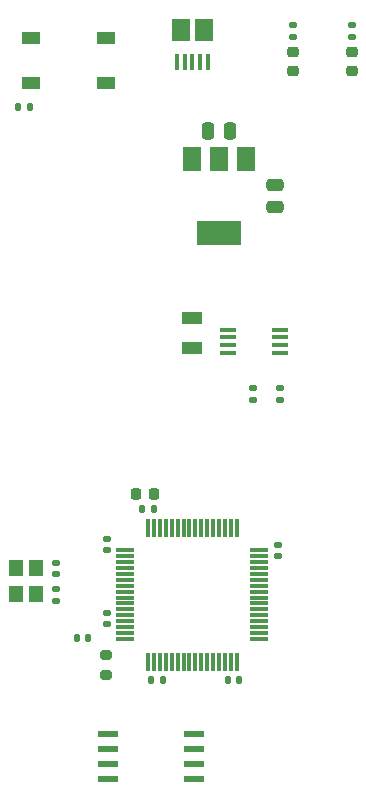
<source format=gbr>
%TF.GenerationSoftware,KiCad,Pcbnew,(6.0.9)*%
%TF.CreationDate,2022-12-01T17:51:06-05:00*%
%TF.ProjectId,cdh-devkit,6364682d-6465-4766-9b69-742e6b696361,rev?*%
%TF.SameCoordinates,Original*%
%TF.FileFunction,Paste,Top*%
%TF.FilePolarity,Positive*%
%FSLAX46Y46*%
G04 Gerber Fmt 4.6, Leading zero omitted, Abs format (unit mm)*
G04 Created by KiCad (PCBNEW (6.0.9)) date 2022-12-01 17:51:06*
%MOMM*%
%LPD*%
G01*
G04 APERTURE LIST*
G04 Aperture macros list*
%AMRoundRect*
0 Rectangle with rounded corners*
0 $1 Rounding radius*
0 $2 $3 $4 $5 $6 $7 $8 $9 X,Y pos of 4 corners*
0 Add a 4 corners polygon primitive as box body*
4,1,4,$2,$3,$4,$5,$6,$7,$8,$9,$2,$3,0*
0 Add four circle primitives for the rounded corners*
1,1,$1+$1,$2,$3*
1,1,$1+$1,$4,$5*
1,1,$1+$1,$6,$7*
1,1,$1+$1,$8,$9*
0 Add four rect primitives between the rounded corners*
20,1,$1+$1,$2,$3,$4,$5,0*
20,1,$1+$1,$4,$5,$6,$7,0*
20,1,$1+$1,$6,$7,$8,$9,0*
20,1,$1+$1,$8,$9,$2,$3,0*%
G04 Aperture macros list end*
%ADD10R,1.500000X1.900000*%
%ADD11R,0.400000X1.350000*%
%ADD12R,1.600000X1.000000*%
%ADD13RoundRect,0.250000X-0.250000X-0.475000X0.250000X-0.475000X0.250000X0.475000X-0.250000X0.475000X0*%
%ADD14RoundRect,0.200000X0.275000X-0.200000X0.275000X0.200000X-0.275000X0.200000X-0.275000X-0.200000X0*%
%ADD15RoundRect,0.140000X0.140000X0.170000X-0.140000X0.170000X-0.140000X-0.170000X0.140000X-0.170000X0*%
%ADD16RoundRect,0.135000X0.185000X-0.135000X0.185000X0.135000X-0.185000X0.135000X-0.185000X-0.135000X0*%
%ADD17R,1.371600X0.406400*%
%ADD18RoundRect,0.140000X-0.140000X-0.170000X0.140000X-0.170000X0.140000X0.170000X-0.140000X0.170000X0*%
%ADD19RoundRect,0.140000X0.170000X-0.140000X0.170000X0.140000X-0.170000X0.140000X-0.170000X-0.140000X0*%
%ADD20RoundRect,0.225000X-0.225000X-0.250000X0.225000X-0.250000X0.225000X0.250000X-0.225000X0.250000X0*%
%ADD21RoundRect,0.140000X-0.170000X0.140000X-0.170000X-0.140000X0.170000X-0.140000X0.170000X0.140000X0*%
%ADD22R,1.200000X1.400000*%
%ADD23RoundRect,0.075000X-0.700000X-0.075000X0.700000X-0.075000X0.700000X0.075000X-0.700000X0.075000X0*%
%ADD24RoundRect,0.075000X-0.075000X-0.700000X0.075000X-0.700000X0.075000X0.700000X-0.075000X0.700000X0*%
%ADD25RoundRect,0.040600X-0.764400X-0.249400X0.764400X-0.249400X0.764400X0.249400X-0.764400X0.249400X0*%
%ADD26RoundRect,0.218750X-0.256250X0.218750X-0.256250X-0.218750X0.256250X-0.218750X0.256250X0.218750X0*%
%ADD27R,1.800000X1.000000*%
%ADD28RoundRect,0.135000X-0.185000X0.135000X-0.185000X-0.135000X0.185000X-0.135000X0.185000X0.135000X0*%
%ADD29R,1.500000X2.000000*%
%ADD30R,3.800000X2.000000*%
%ADD31RoundRect,0.250000X0.475000X-0.250000X0.475000X0.250000X-0.475000X0.250000X-0.475000X-0.250000X0*%
G04 APERTURE END LIST*
D10*
%TO.C,J4*%
X36500000Y-16452500D03*
X38500000Y-16452500D03*
D11*
X36200000Y-19152500D03*
X36850000Y-19152500D03*
X37500000Y-19152500D03*
X38150000Y-19152500D03*
X38800000Y-19152500D03*
%TD*%
D12*
%TO.C,S1*%
X30200000Y-20900000D03*
X23800000Y-20900000D03*
X30200000Y-17100000D03*
X23800000Y-17100000D03*
%TD*%
D13*
%TO.C,C2*%
X38800000Y-25000000D03*
X40700000Y-25000000D03*
%TD*%
D14*
%TO.C,R5*%
X30200000Y-71025000D03*
X30200000Y-69375000D03*
%TD*%
D15*
%TO.C,C7*%
X34980000Y-71500000D03*
X34020000Y-71500000D03*
%TD*%
D16*
%TO.C,R1*%
X51000000Y-17045000D03*
X51000000Y-16025000D03*
%TD*%
D17*
%TO.C,U4*%
X40515600Y-41809400D03*
X40515600Y-42469800D03*
X40515600Y-43130200D03*
X40515600Y-43790600D03*
X44884400Y-43790600D03*
X44884400Y-43130200D03*
X44884400Y-42469800D03*
X44884400Y-41809400D03*
%TD*%
D15*
%TO.C,C9*%
X41480000Y-71500000D03*
X40520000Y-71500000D03*
%TD*%
D18*
%TO.C,C10*%
X33270000Y-57000000D03*
X34230000Y-57000000D03*
%TD*%
D16*
%TO.C,R2*%
X46000000Y-17045000D03*
X46000000Y-16025000D03*
%TD*%
D19*
%TO.C,C8*%
X25925000Y-64780000D03*
X25925000Y-63820000D03*
%TD*%
D20*
%TO.C,C1*%
X32725000Y-55750000D03*
X34275000Y-55750000D03*
%TD*%
D21*
%TO.C,C3*%
X44750000Y-60020000D03*
X44750000Y-60980000D03*
%TD*%
D22*
%TO.C,Y1*%
X22550000Y-61975000D03*
X22550000Y-64175000D03*
X24250000Y-64175000D03*
X24250000Y-61975000D03*
%TD*%
D23*
%TO.C,U2*%
X31825000Y-60500000D03*
X31825000Y-61000000D03*
X31825000Y-61500000D03*
X31825000Y-62000000D03*
X31825000Y-62500000D03*
X31825000Y-63000000D03*
X31825000Y-63500000D03*
X31825000Y-64000000D03*
X31825000Y-64500000D03*
X31825000Y-65000000D03*
X31825000Y-65500000D03*
X31825000Y-66000000D03*
X31825000Y-66500000D03*
X31825000Y-67000000D03*
X31825000Y-67500000D03*
X31825000Y-68000000D03*
D24*
X33750000Y-69925000D03*
X34250000Y-69925000D03*
X34750000Y-69925000D03*
X35250000Y-69925000D03*
X35750000Y-69925000D03*
X36250000Y-69925000D03*
X36750000Y-69925000D03*
X37250000Y-69925000D03*
X37750000Y-69925000D03*
X38250000Y-69925000D03*
X38750000Y-69925000D03*
X39250000Y-69925000D03*
X39750000Y-69925000D03*
X40250000Y-69925000D03*
X40750000Y-69925000D03*
X41250000Y-69925000D03*
D23*
X43175000Y-68000000D03*
X43175000Y-67500000D03*
X43175000Y-67000000D03*
X43175000Y-66500000D03*
X43175000Y-66000000D03*
X43175000Y-65500000D03*
X43175000Y-65000000D03*
X43175000Y-64500000D03*
X43175000Y-64000000D03*
X43175000Y-63500000D03*
X43175000Y-63000000D03*
X43175000Y-62500000D03*
X43175000Y-62000000D03*
X43175000Y-61500000D03*
X43175000Y-61000000D03*
X43175000Y-60500000D03*
D24*
X41250000Y-58575000D03*
X40750000Y-58575000D03*
X40250000Y-58575000D03*
X39750000Y-58575000D03*
X39250000Y-58575000D03*
X38750000Y-58575000D03*
X38250000Y-58575000D03*
X37750000Y-58575000D03*
X37250000Y-58575000D03*
X36750000Y-58575000D03*
X36250000Y-58575000D03*
X35750000Y-58575000D03*
X35250000Y-58575000D03*
X34750000Y-58575000D03*
X34250000Y-58575000D03*
X33750000Y-58575000D03*
%TD*%
D15*
%TO.C,C13*%
X28680000Y-67900000D03*
X27720000Y-67900000D03*
%TD*%
D25*
%TO.C,U3*%
X30395000Y-76095000D03*
X30395000Y-77365000D03*
X30395000Y-78635000D03*
X30395000Y-79905000D03*
X37605000Y-79905000D03*
X37605000Y-78635000D03*
X37605000Y-77365000D03*
X37605000Y-76095000D03*
%TD*%
D26*
%TO.C,D2*%
X51000000Y-18312500D03*
X51000000Y-19887500D03*
%TD*%
D19*
%TO.C,C5*%
X30250000Y-60480000D03*
X30250000Y-59520000D03*
%TD*%
D27*
%TO.C,Y2*%
X37500000Y-40850000D03*
X37500000Y-43350000D03*
%TD*%
D28*
%TO.C,R3*%
X44900000Y-46740000D03*
X44900000Y-47760000D03*
%TD*%
D19*
%TO.C,C12*%
X30250000Y-66730000D03*
X30250000Y-65770000D03*
%TD*%
D15*
%TO.C,C11*%
X23730000Y-23000000D03*
X22770000Y-23000000D03*
%TD*%
D29*
%TO.C,U1*%
X42050000Y-27350000D03*
X39750000Y-27350000D03*
D30*
X39750000Y-33650000D03*
D29*
X37450000Y-27350000D03*
%TD*%
D28*
%TO.C,R4*%
X42600000Y-46750000D03*
X42600000Y-47770000D03*
%TD*%
D26*
%TO.C,D1*%
X46000000Y-18312500D03*
X46000000Y-19887500D03*
%TD*%
D19*
%TO.C,C4*%
X25925000Y-62530000D03*
X25925000Y-61570000D03*
%TD*%
D31*
%TO.C,C6*%
X44500000Y-31450000D03*
X44500000Y-29550000D03*
%TD*%
M02*

</source>
